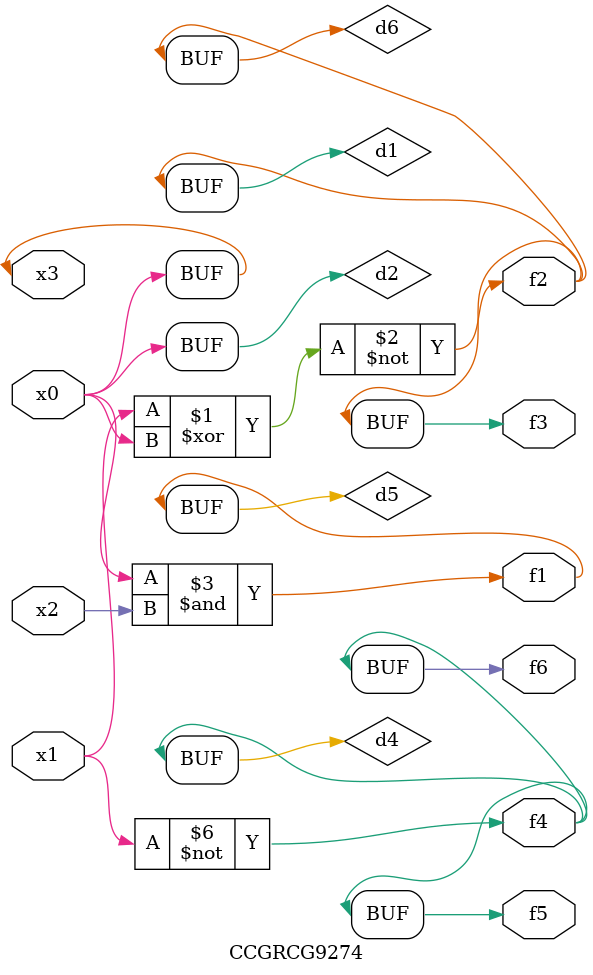
<source format=v>
module CCGRCG9274(
	input x0, x1, x2, x3,
	output f1, f2, f3, f4, f5, f6
);

	wire d1, d2, d3, d4, d5, d6;

	xnor (d1, x1, x3);
	buf (d2, x0, x3);
	nand (d3, x0, x2);
	not (d4, x1);
	nand (d5, d3);
	or (d6, d1);
	assign f1 = d5;
	assign f2 = d6;
	assign f3 = d6;
	assign f4 = d4;
	assign f5 = d4;
	assign f6 = d4;
endmodule

</source>
